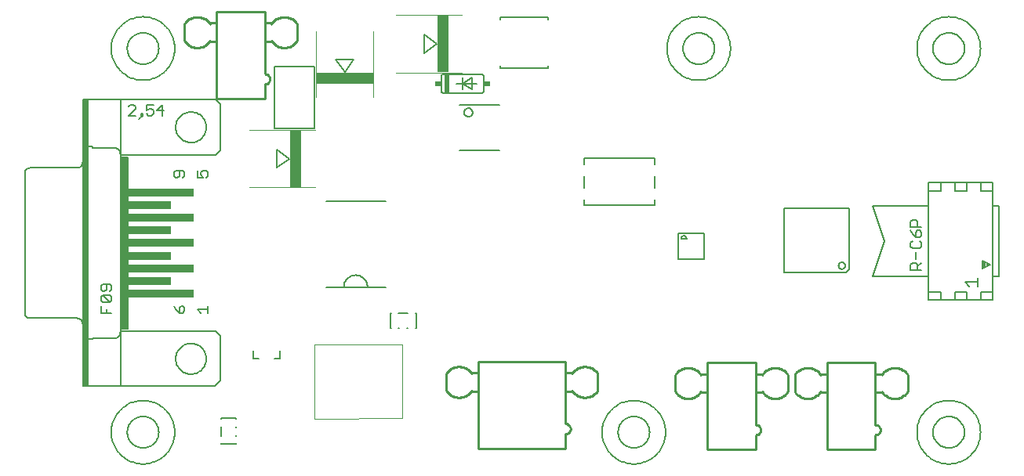
<source format=gto>
G75*
%MOIN*%
%OFA0B0*%
%FSLAX24Y24*%
%IPPOS*%
%LPD*%
%AMOC8*
5,1,8,0,0,1.08239X$1,22.5*
%
%ADD10C,0.0060*%
%ADD11C,0.0050*%
%ADD12C,0.0080*%
%ADD13C,0.0100*%
%ADD14C,0.0040*%
%ADD15R,0.0100X0.0200*%
%ADD16R,0.0050X0.0150*%
%ADD17R,0.0100X0.0100*%
%ADD18R,0.0200X0.0800*%
%ADD19R,0.0250X0.0200*%
%ADD20R,0.0492X0.2441*%
%ADD21R,0.2441X0.0492*%
%ADD22R,0.0300X0.7300*%
%ADD23R,0.0200X1.2200*%
%ADD24R,0.2850X0.0320*%
%ADD25R,0.1850X0.0320*%
D10*
X003795Y001952D02*
X003797Y002025D01*
X003803Y002098D01*
X003813Y002170D01*
X003827Y002242D01*
X003844Y002313D01*
X003866Y002383D01*
X003891Y002452D01*
X003920Y002519D01*
X003952Y002584D01*
X003988Y002648D01*
X004028Y002710D01*
X004070Y002769D01*
X004116Y002826D01*
X004165Y002880D01*
X004217Y002932D01*
X004271Y002981D01*
X004328Y003027D01*
X004387Y003069D01*
X004449Y003109D01*
X004513Y003145D01*
X004578Y003177D01*
X004645Y003206D01*
X004714Y003231D01*
X004784Y003253D01*
X004855Y003270D01*
X004927Y003284D01*
X004999Y003294D01*
X005072Y003300D01*
X005145Y003302D01*
X005218Y003300D01*
X005291Y003294D01*
X005363Y003284D01*
X005435Y003270D01*
X005506Y003253D01*
X005576Y003231D01*
X005645Y003206D01*
X005712Y003177D01*
X005777Y003145D01*
X005841Y003109D01*
X005903Y003069D01*
X005962Y003027D01*
X006019Y002981D01*
X006073Y002932D01*
X006125Y002880D01*
X006174Y002826D01*
X006220Y002769D01*
X006262Y002710D01*
X006302Y002648D01*
X006338Y002584D01*
X006370Y002519D01*
X006399Y002452D01*
X006424Y002383D01*
X006446Y002313D01*
X006463Y002242D01*
X006477Y002170D01*
X006487Y002098D01*
X006493Y002025D01*
X006495Y001952D01*
X006493Y001879D01*
X006487Y001806D01*
X006477Y001734D01*
X006463Y001662D01*
X006446Y001591D01*
X006424Y001521D01*
X006399Y001452D01*
X006370Y001385D01*
X006338Y001320D01*
X006302Y001256D01*
X006262Y001194D01*
X006220Y001135D01*
X006174Y001078D01*
X006125Y001024D01*
X006073Y000972D01*
X006019Y000923D01*
X005962Y000877D01*
X005903Y000835D01*
X005841Y000795D01*
X005777Y000759D01*
X005712Y000727D01*
X005645Y000698D01*
X005576Y000673D01*
X005506Y000651D01*
X005435Y000634D01*
X005363Y000620D01*
X005291Y000610D01*
X005218Y000604D01*
X005145Y000602D01*
X005072Y000604D01*
X004999Y000610D01*
X004927Y000620D01*
X004855Y000634D01*
X004784Y000651D01*
X004714Y000673D01*
X004645Y000698D01*
X004578Y000727D01*
X004513Y000759D01*
X004449Y000795D01*
X004387Y000835D01*
X004328Y000877D01*
X004271Y000923D01*
X004217Y000972D01*
X004165Y001024D01*
X004116Y001078D01*
X004070Y001135D01*
X004028Y001194D01*
X003988Y001256D01*
X003952Y001320D01*
X003920Y001385D01*
X003891Y001452D01*
X003866Y001521D01*
X003844Y001591D01*
X003827Y001662D01*
X003813Y001734D01*
X003803Y001806D01*
X003797Y001879D01*
X003795Y001952D01*
X004180Y003907D02*
X002980Y003907D01*
X002780Y003907D01*
X002780Y004907D01*
X002780Y005907D01*
X002780Y014107D01*
X002980Y014107D01*
X002980Y014057D01*
X003930Y014057D01*
X003960Y014055D01*
X003990Y014050D01*
X004019Y014041D01*
X004046Y014028D01*
X004072Y014013D01*
X004096Y013994D01*
X004117Y013973D01*
X004136Y013949D01*
X004151Y013923D01*
X004164Y013896D01*
X004173Y013867D01*
X004178Y013837D01*
X004180Y013807D01*
X004180Y013757D02*
X008230Y013757D01*
X008430Y013957D01*
X008430Y015907D01*
X008230Y016107D01*
X004230Y016107D01*
X004180Y016107D01*
X004180Y014107D01*
X004180Y013757D01*
X004180Y013657D01*
X004480Y013657D01*
X004480Y006357D01*
X004180Y006357D01*
X004180Y013657D01*
X002780Y014107D02*
X002780Y015107D01*
X002780Y016107D01*
X002980Y016107D01*
X004180Y016107D01*
X002780Y016107D02*
X002580Y016107D01*
X002580Y013057D01*
X002580Y006957D01*
X002580Y003907D01*
X002780Y003907D01*
X004180Y003907D02*
X004230Y003907D01*
X008180Y003907D01*
X008430Y004157D01*
X008430Y006057D01*
X008230Y006257D01*
X004180Y006257D01*
X004180Y006357D01*
X004180Y006257D02*
X004180Y005907D01*
X004180Y003907D01*
X006530Y005077D02*
X006532Y005127D01*
X006538Y005177D01*
X006548Y005227D01*
X006561Y005275D01*
X006578Y005323D01*
X006599Y005369D01*
X006623Y005413D01*
X006651Y005455D01*
X006682Y005495D01*
X006716Y005532D01*
X006753Y005567D01*
X006792Y005598D01*
X006833Y005627D01*
X006877Y005652D01*
X006923Y005674D01*
X006970Y005692D01*
X007018Y005706D01*
X007067Y005717D01*
X007117Y005724D01*
X007167Y005727D01*
X007218Y005726D01*
X007268Y005721D01*
X007318Y005712D01*
X007366Y005700D01*
X007414Y005683D01*
X007460Y005663D01*
X007505Y005640D01*
X007548Y005613D01*
X007588Y005583D01*
X007626Y005550D01*
X007661Y005514D01*
X007694Y005475D01*
X007723Y005434D01*
X007749Y005391D01*
X007772Y005346D01*
X007791Y005299D01*
X007806Y005251D01*
X007818Y005202D01*
X007826Y005152D01*
X007830Y005102D01*
X007830Y005052D01*
X007826Y005002D01*
X007818Y004952D01*
X007806Y004903D01*
X007791Y004855D01*
X007772Y004808D01*
X007749Y004763D01*
X007723Y004720D01*
X007694Y004679D01*
X007661Y004640D01*
X007626Y004604D01*
X007588Y004571D01*
X007548Y004541D01*
X007505Y004514D01*
X007460Y004491D01*
X007414Y004471D01*
X007366Y004454D01*
X007318Y004442D01*
X007268Y004433D01*
X007218Y004428D01*
X007167Y004427D01*
X007117Y004430D01*
X007067Y004437D01*
X007018Y004448D01*
X006970Y004462D01*
X006923Y004480D01*
X006877Y004502D01*
X006833Y004527D01*
X006792Y004556D01*
X006753Y004587D01*
X006716Y004622D01*
X006682Y004659D01*
X006651Y004699D01*
X006623Y004741D01*
X006599Y004785D01*
X006578Y004831D01*
X006561Y004879D01*
X006548Y004927D01*
X006538Y004977D01*
X006532Y005027D01*
X006530Y005077D01*
X003930Y005957D02*
X002980Y005957D01*
X002980Y005907D01*
X002780Y005907D01*
X002580Y006557D02*
X002578Y006587D01*
X002573Y006617D01*
X002564Y006646D01*
X002551Y006673D01*
X002536Y006699D01*
X002517Y006723D01*
X002496Y006744D01*
X002472Y006763D01*
X002446Y006778D01*
X002419Y006791D01*
X002390Y006800D01*
X002360Y006805D01*
X002330Y006807D01*
X000330Y006807D01*
X000304Y006809D01*
X000278Y006814D01*
X000253Y006822D01*
X000230Y006834D01*
X000208Y006848D01*
X000189Y006866D01*
X000171Y006885D01*
X000157Y006907D01*
X000145Y006930D01*
X000137Y006955D01*
X000132Y006981D01*
X000130Y007007D01*
X000130Y007107D01*
X000130Y012907D01*
X000130Y013007D01*
X000132Y013033D01*
X000137Y013059D01*
X000145Y013084D01*
X000157Y013107D01*
X000171Y013129D01*
X000189Y013148D01*
X000208Y013166D01*
X000230Y013180D01*
X000253Y013192D01*
X000278Y013200D01*
X000304Y013205D01*
X000330Y013207D01*
X002330Y013207D01*
X002360Y013209D01*
X002390Y013214D01*
X002419Y013223D01*
X002446Y013236D01*
X002472Y013251D01*
X002496Y013270D01*
X002517Y013291D01*
X002536Y013315D01*
X002551Y013341D01*
X002564Y013368D01*
X002573Y013397D01*
X002578Y013427D01*
X002580Y013457D01*
X006530Y014937D02*
X006532Y014987D01*
X006538Y015037D01*
X006548Y015087D01*
X006561Y015135D01*
X006578Y015183D01*
X006599Y015229D01*
X006623Y015273D01*
X006651Y015315D01*
X006682Y015355D01*
X006716Y015392D01*
X006753Y015427D01*
X006792Y015458D01*
X006833Y015487D01*
X006877Y015512D01*
X006923Y015534D01*
X006970Y015552D01*
X007018Y015566D01*
X007067Y015577D01*
X007117Y015584D01*
X007167Y015587D01*
X007218Y015586D01*
X007268Y015581D01*
X007318Y015572D01*
X007366Y015560D01*
X007414Y015543D01*
X007460Y015523D01*
X007505Y015500D01*
X007548Y015473D01*
X007588Y015443D01*
X007626Y015410D01*
X007661Y015374D01*
X007694Y015335D01*
X007723Y015294D01*
X007749Y015251D01*
X007772Y015206D01*
X007791Y015159D01*
X007806Y015111D01*
X007818Y015062D01*
X007826Y015012D01*
X007830Y014962D01*
X007830Y014912D01*
X007826Y014862D01*
X007818Y014812D01*
X007806Y014763D01*
X007791Y014715D01*
X007772Y014668D01*
X007749Y014623D01*
X007723Y014580D01*
X007694Y014539D01*
X007661Y014500D01*
X007626Y014464D01*
X007588Y014431D01*
X007548Y014401D01*
X007505Y014374D01*
X007460Y014351D01*
X007414Y014331D01*
X007366Y014314D01*
X007318Y014302D01*
X007268Y014293D01*
X007218Y014288D01*
X007167Y014287D01*
X007117Y014290D01*
X007067Y014297D01*
X007018Y014308D01*
X006970Y014322D01*
X006923Y014340D01*
X006877Y014362D01*
X006833Y014387D01*
X006792Y014416D01*
X006753Y014447D01*
X006716Y014482D01*
X006682Y014519D01*
X006651Y014559D01*
X006623Y014601D01*
X006599Y014645D01*
X006578Y014691D01*
X006561Y014739D01*
X006548Y014787D01*
X006538Y014837D01*
X006532Y014887D01*
X006530Y014937D01*
X003795Y018290D02*
X003797Y018363D01*
X003803Y018436D01*
X003813Y018508D01*
X003827Y018580D01*
X003844Y018651D01*
X003866Y018721D01*
X003891Y018790D01*
X003920Y018857D01*
X003952Y018922D01*
X003988Y018986D01*
X004028Y019048D01*
X004070Y019107D01*
X004116Y019164D01*
X004165Y019218D01*
X004217Y019270D01*
X004271Y019319D01*
X004328Y019365D01*
X004387Y019407D01*
X004449Y019447D01*
X004513Y019483D01*
X004578Y019515D01*
X004645Y019544D01*
X004714Y019569D01*
X004784Y019591D01*
X004855Y019608D01*
X004927Y019622D01*
X004999Y019632D01*
X005072Y019638D01*
X005145Y019640D01*
X005218Y019638D01*
X005291Y019632D01*
X005363Y019622D01*
X005435Y019608D01*
X005506Y019591D01*
X005576Y019569D01*
X005645Y019544D01*
X005712Y019515D01*
X005777Y019483D01*
X005841Y019447D01*
X005903Y019407D01*
X005962Y019365D01*
X006019Y019319D01*
X006073Y019270D01*
X006125Y019218D01*
X006174Y019164D01*
X006220Y019107D01*
X006262Y019048D01*
X006302Y018986D01*
X006338Y018922D01*
X006370Y018857D01*
X006399Y018790D01*
X006424Y018721D01*
X006446Y018651D01*
X006463Y018580D01*
X006477Y018508D01*
X006487Y018436D01*
X006493Y018363D01*
X006495Y018290D01*
X006493Y018217D01*
X006487Y018144D01*
X006477Y018072D01*
X006463Y018000D01*
X006446Y017929D01*
X006424Y017859D01*
X006399Y017790D01*
X006370Y017723D01*
X006338Y017658D01*
X006302Y017594D01*
X006262Y017532D01*
X006220Y017473D01*
X006174Y017416D01*
X006125Y017362D01*
X006073Y017310D01*
X006019Y017261D01*
X005962Y017215D01*
X005903Y017173D01*
X005841Y017133D01*
X005777Y017097D01*
X005712Y017065D01*
X005645Y017036D01*
X005576Y017011D01*
X005506Y016989D01*
X005435Y016972D01*
X005363Y016958D01*
X005291Y016948D01*
X005218Y016942D01*
X005145Y016940D01*
X005072Y016942D01*
X004999Y016948D01*
X004927Y016958D01*
X004855Y016972D01*
X004784Y016989D01*
X004714Y017011D01*
X004645Y017036D01*
X004578Y017065D01*
X004513Y017097D01*
X004449Y017133D01*
X004387Y017173D01*
X004328Y017215D01*
X004271Y017261D01*
X004217Y017310D01*
X004165Y017362D01*
X004116Y017416D01*
X004070Y017473D01*
X004028Y017532D01*
X003988Y017594D01*
X003952Y017658D01*
X003920Y017723D01*
X003891Y017790D01*
X003866Y017859D01*
X003844Y017929D01*
X003827Y018000D01*
X003813Y018072D01*
X003803Y018144D01*
X003797Y018217D01*
X003795Y018290D01*
X017823Y017098D02*
X017823Y016498D01*
X017825Y016481D01*
X017829Y016464D01*
X017836Y016448D01*
X017846Y016434D01*
X017859Y016421D01*
X017873Y016411D01*
X017889Y016404D01*
X017906Y016400D01*
X017923Y016398D01*
X019523Y016398D01*
X019540Y016400D01*
X019557Y016404D01*
X019573Y016411D01*
X019587Y016421D01*
X019600Y016434D01*
X019610Y016448D01*
X019617Y016464D01*
X019621Y016481D01*
X019623Y016498D01*
X019623Y017098D01*
X019621Y017115D01*
X019617Y017132D01*
X019610Y017148D01*
X019600Y017162D01*
X019587Y017175D01*
X019573Y017185D01*
X019557Y017192D01*
X019540Y017196D01*
X019523Y017198D01*
X017923Y017198D01*
X017906Y017196D01*
X017889Y017192D01*
X017873Y017185D01*
X017859Y017175D01*
X017846Y017162D01*
X017836Y017148D01*
X017829Y017132D01*
X017825Y017115D01*
X017823Y017098D01*
X018473Y016798D02*
X018723Y016798D01*
X018723Y016548D01*
X018723Y016798D02*
X018723Y017048D01*
X018723Y016798D02*
X019123Y017048D01*
X019123Y016548D01*
X018723Y016798D01*
X019323Y016798D01*
X018596Y015902D02*
X020305Y015902D01*
X018796Y015572D02*
X018798Y015598D01*
X018804Y015624D01*
X018813Y015648D01*
X018826Y015671D01*
X018842Y015692D01*
X018861Y015710D01*
X018882Y015726D01*
X018906Y015738D01*
X018930Y015746D01*
X018956Y015751D01*
X018983Y015752D01*
X019009Y015749D01*
X019034Y015742D01*
X019058Y015732D01*
X019081Y015718D01*
X019101Y015702D01*
X019118Y015682D01*
X019133Y015660D01*
X019144Y015636D01*
X019152Y015611D01*
X019156Y015585D01*
X019156Y015559D01*
X019152Y015533D01*
X019144Y015508D01*
X019133Y015484D01*
X019118Y015462D01*
X019101Y015442D01*
X019081Y015426D01*
X019058Y015412D01*
X019034Y015402D01*
X019009Y015395D01*
X018983Y015392D01*
X018956Y015393D01*
X018930Y015398D01*
X018906Y015406D01*
X018882Y015418D01*
X018861Y015434D01*
X018842Y015452D01*
X018826Y015473D01*
X018813Y015496D01*
X018804Y015520D01*
X018798Y015546D01*
X018796Y015572D01*
X018596Y013952D02*
X020305Y013952D01*
X027417Y018290D02*
X027419Y018363D01*
X027425Y018436D01*
X027435Y018508D01*
X027449Y018580D01*
X027466Y018651D01*
X027488Y018721D01*
X027513Y018790D01*
X027542Y018857D01*
X027574Y018922D01*
X027610Y018986D01*
X027650Y019048D01*
X027692Y019107D01*
X027738Y019164D01*
X027787Y019218D01*
X027839Y019270D01*
X027893Y019319D01*
X027950Y019365D01*
X028009Y019407D01*
X028071Y019447D01*
X028135Y019483D01*
X028200Y019515D01*
X028267Y019544D01*
X028336Y019569D01*
X028406Y019591D01*
X028477Y019608D01*
X028549Y019622D01*
X028621Y019632D01*
X028694Y019638D01*
X028767Y019640D01*
X028840Y019638D01*
X028913Y019632D01*
X028985Y019622D01*
X029057Y019608D01*
X029128Y019591D01*
X029198Y019569D01*
X029267Y019544D01*
X029334Y019515D01*
X029399Y019483D01*
X029463Y019447D01*
X029525Y019407D01*
X029584Y019365D01*
X029641Y019319D01*
X029695Y019270D01*
X029747Y019218D01*
X029796Y019164D01*
X029842Y019107D01*
X029884Y019048D01*
X029924Y018986D01*
X029960Y018922D01*
X029992Y018857D01*
X030021Y018790D01*
X030046Y018721D01*
X030068Y018651D01*
X030085Y018580D01*
X030099Y018508D01*
X030109Y018436D01*
X030115Y018363D01*
X030117Y018290D01*
X030115Y018217D01*
X030109Y018144D01*
X030099Y018072D01*
X030085Y018000D01*
X030068Y017929D01*
X030046Y017859D01*
X030021Y017790D01*
X029992Y017723D01*
X029960Y017658D01*
X029924Y017594D01*
X029884Y017532D01*
X029842Y017473D01*
X029796Y017416D01*
X029747Y017362D01*
X029695Y017310D01*
X029641Y017261D01*
X029584Y017215D01*
X029525Y017173D01*
X029463Y017133D01*
X029399Y017097D01*
X029334Y017065D01*
X029267Y017036D01*
X029198Y017011D01*
X029128Y016989D01*
X029057Y016972D01*
X028985Y016958D01*
X028913Y016948D01*
X028840Y016942D01*
X028767Y016940D01*
X028694Y016942D01*
X028621Y016948D01*
X028549Y016958D01*
X028477Y016972D01*
X028406Y016989D01*
X028336Y017011D01*
X028267Y017036D01*
X028200Y017065D01*
X028135Y017097D01*
X028071Y017133D01*
X028009Y017173D01*
X027950Y017215D01*
X027893Y017261D01*
X027839Y017310D01*
X027787Y017362D01*
X027738Y017416D01*
X027692Y017473D01*
X027650Y017532D01*
X027610Y017594D01*
X027574Y017658D01*
X027542Y017723D01*
X027513Y017790D01*
X027488Y017859D01*
X027466Y017929D01*
X027449Y018000D01*
X027435Y018072D01*
X027425Y018144D01*
X027419Y018217D01*
X027417Y018290D01*
X038047Y018290D02*
X038049Y018363D01*
X038055Y018436D01*
X038065Y018508D01*
X038079Y018580D01*
X038096Y018651D01*
X038118Y018721D01*
X038143Y018790D01*
X038172Y018857D01*
X038204Y018922D01*
X038240Y018986D01*
X038280Y019048D01*
X038322Y019107D01*
X038368Y019164D01*
X038417Y019218D01*
X038469Y019270D01*
X038523Y019319D01*
X038580Y019365D01*
X038639Y019407D01*
X038701Y019447D01*
X038765Y019483D01*
X038830Y019515D01*
X038897Y019544D01*
X038966Y019569D01*
X039036Y019591D01*
X039107Y019608D01*
X039179Y019622D01*
X039251Y019632D01*
X039324Y019638D01*
X039397Y019640D01*
X039470Y019638D01*
X039543Y019632D01*
X039615Y019622D01*
X039687Y019608D01*
X039758Y019591D01*
X039828Y019569D01*
X039897Y019544D01*
X039964Y019515D01*
X040029Y019483D01*
X040093Y019447D01*
X040155Y019407D01*
X040214Y019365D01*
X040271Y019319D01*
X040325Y019270D01*
X040377Y019218D01*
X040426Y019164D01*
X040472Y019107D01*
X040514Y019048D01*
X040554Y018986D01*
X040590Y018922D01*
X040622Y018857D01*
X040651Y018790D01*
X040676Y018721D01*
X040698Y018651D01*
X040715Y018580D01*
X040729Y018508D01*
X040739Y018436D01*
X040745Y018363D01*
X040747Y018290D01*
X040745Y018217D01*
X040739Y018144D01*
X040729Y018072D01*
X040715Y018000D01*
X040698Y017929D01*
X040676Y017859D01*
X040651Y017790D01*
X040622Y017723D01*
X040590Y017658D01*
X040554Y017594D01*
X040514Y017532D01*
X040472Y017473D01*
X040426Y017416D01*
X040377Y017362D01*
X040325Y017310D01*
X040271Y017261D01*
X040214Y017215D01*
X040155Y017173D01*
X040093Y017133D01*
X040029Y017097D01*
X039964Y017065D01*
X039897Y017036D01*
X039828Y017011D01*
X039758Y016989D01*
X039687Y016972D01*
X039615Y016958D01*
X039543Y016948D01*
X039470Y016942D01*
X039397Y016940D01*
X039324Y016942D01*
X039251Y016948D01*
X039179Y016958D01*
X039107Y016972D01*
X039036Y016989D01*
X038966Y017011D01*
X038897Y017036D01*
X038830Y017065D01*
X038765Y017097D01*
X038701Y017133D01*
X038639Y017173D01*
X038580Y017215D01*
X038523Y017261D01*
X038469Y017310D01*
X038417Y017362D01*
X038368Y017416D01*
X038322Y017473D01*
X038280Y017532D01*
X038240Y017594D01*
X038204Y017658D01*
X038172Y017723D01*
X038143Y017790D01*
X038118Y017859D01*
X038096Y017929D01*
X038079Y018000D01*
X038065Y018072D01*
X038055Y018144D01*
X038049Y018217D01*
X038047Y018290D01*
X038520Y012576D02*
X039050Y012576D01*
X039650Y012576D01*
X040150Y012576D01*
X040150Y012236D01*
X039650Y012236D01*
X039650Y012576D01*
X040150Y012576D02*
X040750Y012576D01*
X040750Y012236D01*
X041270Y012236D01*
X041270Y012576D01*
X040750Y012576D01*
X041270Y012236D02*
X041270Y011586D01*
X041270Y008586D01*
X041270Y007936D01*
X040750Y007936D01*
X040750Y007586D01*
X041270Y007586D01*
X041270Y007936D01*
X040750Y007586D02*
X040150Y007586D01*
X039650Y007586D01*
X039050Y007586D01*
X039050Y007936D01*
X038520Y007936D01*
X038520Y007586D01*
X039050Y007586D01*
X039650Y007586D02*
X039650Y007936D01*
X040150Y007936D01*
X040150Y007586D01*
X040260Y008166D02*
X040080Y008346D01*
X040620Y008346D01*
X040620Y008166D02*
X040620Y008526D01*
X040820Y008916D02*
X041150Y009086D01*
X041050Y009086D01*
X041150Y009086D02*
X040820Y009256D01*
X040820Y008916D01*
X041270Y008586D02*
X041540Y008586D01*
X041540Y011586D01*
X041270Y011586D01*
X039050Y012236D02*
X039050Y012576D01*
X038520Y012576D02*
X038520Y012236D01*
X038520Y011586D01*
X038520Y008586D01*
X038520Y007936D01*
X038520Y008586D02*
X036150Y008586D01*
X036650Y010086D01*
X036150Y011586D01*
X038520Y011586D01*
X038520Y012236D02*
X039050Y012236D01*
X035154Y011505D02*
X035154Y008885D01*
X035015Y008745D01*
X032395Y008745D01*
X032395Y011505D01*
X035154Y011505D01*
X034713Y009045D02*
X034715Y009068D01*
X034721Y009091D01*
X034730Y009112D01*
X034743Y009132D01*
X034759Y009149D01*
X034777Y009163D01*
X034797Y009174D01*
X034819Y009182D01*
X034842Y009186D01*
X034866Y009186D01*
X034889Y009182D01*
X034911Y009174D01*
X034931Y009163D01*
X034949Y009149D01*
X034965Y009132D01*
X034978Y009112D01*
X034987Y009091D01*
X034993Y009068D01*
X034995Y009045D01*
X034993Y009022D01*
X034987Y008999D01*
X034978Y008978D01*
X034965Y008958D01*
X034949Y008941D01*
X034931Y008927D01*
X034911Y008916D01*
X034889Y008908D01*
X034866Y008904D01*
X034842Y008904D01*
X034819Y008908D01*
X034797Y008916D01*
X034777Y008927D01*
X034759Y008941D01*
X034743Y008958D01*
X034730Y008978D01*
X034721Y008999D01*
X034715Y009022D01*
X034713Y009045D01*
X038047Y001952D02*
X038049Y002025D01*
X038055Y002098D01*
X038065Y002170D01*
X038079Y002242D01*
X038096Y002313D01*
X038118Y002383D01*
X038143Y002452D01*
X038172Y002519D01*
X038204Y002584D01*
X038240Y002648D01*
X038280Y002710D01*
X038322Y002769D01*
X038368Y002826D01*
X038417Y002880D01*
X038469Y002932D01*
X038523Y002981D01*
X038580Y003027D01*
X038639Y003069D01*
X038701Y003109D01*
X038765Y003145D01*
X038830Y003177D01*
X038897Y003206D01*
X038966Y003231D01*
X039036Y003253D01*
X039107Y003270D01*
X039179Y003284D01*
X039251Y003294D01*
X039324Y003300D01*
X039397Y003302D01*
X039470Y003300D01*
X039543Y003294D01*
X039615Y003284D01*
X039687Y003270D01*
X039758Y003253D01*
X039828Y003231D01*
X039897Y003206D01*
X039964Y003177D01*
X040029Y003145D01*
X040093Y003109D01*
X040155Y003069D01*
X040214Y003027D01*
X040271Y002981D01*
X040325Y002932D01*
X040377Y002880D01*
X040426Y002826D01*
X040472Y002769D01*
X040514Y002710D01*
X040554Y002648D01*
X040590Y002584D01*
X040622Y002519D01*
X040651Y002452D01*
X040676Y002383D01*
X040698Y002313D01*
X040715Y002242D01*
X040729Y002170D01*
X040739Y002098D01*
X040745Y002025D01*
X040747Y001952D01*
X040745Y001879D01*
X040739Y001806D01*
X040729Y001734D01*
X040715Y001662D01*
X040698Y001591D01*
X040676Y001521D01*
X040651Y001452D01*
X040622Y001385D01*
X040590Y001320D01*
X040554Y001256D01*
X040514Y001194D01*
X040472Y001135D01*
X040426Y001078D01*
X040377Y001024D01*
X040325Y000972D01*
X040271Y000923D01*
X040214Y000877D01*
X040155Y000835D01*
X040093Y000795D01*
X040029Y000759D01*
X039964Y000727D01*
X039897Y000698D01*
X039828Y000673D01*
X039758Y000651D01*
X039687Y000634D01*
X039615Y000620D01*
X039543Y000610D01*
X039470Y000604D01*
X039397Y000602D01*
X039324Y000604D01*
X039251Y000610D01*
X039179Y000620D01*
X039107Y000634D01*
X039036Y000651D01*
X038966Y000673D01*
X038897Y000698D01*
X038830Y000727D01*
X038765Y000759D01*
X038701Y000795D01*
X038639Y000835D01*
X038580Y000877D01*
X038523Y000923D01*
X038469Y000972D01*
X038417Y001024D01*
X038368Y001078D01*
X038322Y001135D01*
X038280Y001194D01*
X038240Y001256D01*
X038204Y001320D01*
X038172Y001385D01*
X038143Y001452D01*
X038118Y001521D01*
X038096Y001591D01*
X038079Y001662D01*
X038065Y001734D01*
X038055Y001806D01*
X038049Y001879D01*
X038047Y001952D01*
X024661Y001952D02*
X024663Y002025D01*
X024669Y002098D01*
X024679Y002170D01*
X024693Y002242D01*
X024710Y002313D01*
X024732Y002383D01*
X024757Y002452D01*
X024786Y002519D01*
X024818Y002584D01*
X024854Y002648D01*
X024894Y002710D01*
X024936Y002769D01*
X024982Y002826D01*
X025031Y002880D01*
X025083Y002932D01*
X025137Y002981D01*
X025194Y003027D01*
X025253Y003069D01*
X025315Y003109D01*
X025379Y003145D01*
X025444Y003177D01*
X025511Y003206D01*
X025580Y003231D01*
X025650Y003253D01*
X025721Y003270D01*
X025793Y003284D01*
X025865Y003294D01*
X025938Y003300D01*
X026011Y003302D01*
X026084Y003300D01*
X026157Y003294D01*
X026229Y003284D01*
X026301Y003270D01*
X026372Y003253D01*
X026442Y003231D01*
X026511Y003206D01*
X026578Y003177D01*
X026643Y003145D01*
X026707Y003109D01*
X026769Y003069D01*
X026828Y003027D01*
X026885Y002981D01*
X026939Y002932D01*
X026991Y002880D01*
X027040Y002826D01*
X027086Y002769D01*
X027128Y002710D01*
X027168Y002648D01*
X027204Y002584D01*
X027236Y002519D01*
X027265Y002452D01*
X027290Y002383D01*
X027312Y002313D01*
X027329Y002242D01*
X027343Y002170D01*
X027353Y002098D01*
X027359Y002025D01*
X027361Y001952D01*
X027359Y001879D01*
X027353Y001806D01*
X027343Y001734D01*
X027329Y001662D01*
X027312Y001591D01*
X027290Y001521D01*
X027265Y001452D01*
X027236Y001385D01*
X027204Y001320D01*
X027168Y001256D01*
X027128Y001194D01*
X027086Y001135D01*
X027040Y001078D01*
X026991Y001024D01*
X026939Y000972D01*
X026885Y000923D01*
X026828Y000877D01*
X026769Y000835D01*
X026707Y000795D01*
X026643Y000759D01*
X026578Y000727D01*
X026511Y000698D01*
X026442Y000673D01*
X026372Y000651D01*
X026301Y000634D01*
X026229Y000620D01*
X026157Y000610D01*
X026084Y000604D01*
X026011Y000602D01*
X025938Y000604D01*
X025865Y000610D01*
X025793Y000620D01*
X025721Y000634D01*
X025650Y000651D01*
X025580Y000673D01*
X025511Y000698D01*
X025444Y000727D01*
X025379Y000759D01*
X025315Y000795D01*
X025253Y000835D01*
X025194Y000877D01*
X025137Y000923D01*
X025083Y000972D01*
X025031Y001024D01*
X024982Y001078D01*
X024936Y001135D01*
X024894Y001194D01*
X024854Y001256D01*
X024818Y001320D01*
X024786Y001385D01*
X024757Y001452D01*
X024732Y001521D01*
X024710Y001591D01*
X024693Y001662D01*
X024679Y001734D01*
X024669Y001806D01*
X024663Y001879D01*
X024661Y001952D01*
X016767Y006393D02*
X016730Y006393D01*
X016767Y006393D02*
X016767Y007030D01*
X016730Y007030D01*
X016413Y007030D02*
X016002Y007030D01*
X015685Y007030D02*
X015648Y007030D01*
X015648Y006393D01*
X015685Y006393D01*
X016002Y006393D02*
X016039Y006393D01*
X016376Y006393D02*
X016413Y006393D01*
X010962Y005420D02*
X010962Y005100D01*
X010742Y005100D01*
X010062Y005100D02*
X009842Y005100D01*
X009842Y005420D01*
X009105Y002559D02*
X008467Y002559D01*
X008467Y002522D01*
X008467Y002204D02*
X008467Y001793D01*
X008467Y001476D02*
X008467Y001439D01*
X009105Y001439D01*
X009105Y001476D01*
X009105Y001793D02*
X009105Y001830D01*
X009105Y002167D02*
X009105Y002204D01*
X009105Y002522D02*
X009105Y002559D01*
X004180Y006207D02*
X004178Y006177D01*
X004173Y006147D01*
X004164Y006118D01*
X004151Y006091D01*
X004136Y006065D01*
X004117Y006041D01*
X004096Y006020D01*
X004072Y006001D01*
X004046Y005986D01*
X004019Y005973D01*
X003990Y005964D01*
X003960Y005959D01*
X003930Y005957D01*
D11*
X003805Y007032D02*
X003355Y007032D01*
X003355Y007332D01*
X003430Y007492D02*
X003355Y007567D01*
X003355Y007717D01*
X003430Y007792D01*
X003730Y007492D01*
X003805Y007567D01*
X003805Y007717D01*
X003730Y007792D01*
X003430Y007792D01*
X003430Y007953D02*
X003355Y008028D01*
X003355Y008178D01*
X003430Y008253D01*
X003730Y008253D01*
X003805Y008178D01*
X003805Y008028D01*
X003730Y007953D01*
X003580Y008028D02*
X003580Y008253D01*
X003580Y008028D02*
X003505Y007953D01*
X003430Y007953D01*
X003430Y007492D02*
X003730Y007492D01*
X003580Y007182D02*
X003580Y007032D01*
X006455Y007332D02*
X006530Y007182D01*
X006680Y007032D01*
X006680Y007257D01*
X006755Y007332D01*
X006830Y007332D01*
X006905Y007257D01*
X006905Y007107D01*
X006830Y007032D01*
X006680Y007032D01*
X007455Y007182D02*
X007605Y007032D01*
X007455Y007182D02*
X007905Y007182D01*
X007905Y007032D02*
X007905Y007332D01*
X007830Y012782D02*
X007905Y012857D01*
X007905Y013007D01*
X007830Y013082D01*
X007680Y013082D01*
X007605Y013007D01*
X007605Y012932D01*
X007680Y012782D01*
X007455Y012782D01*
X007455Y013082D01*
X006905Y013007D02*
X006905Y012857D01*
X006830Y012782D01*
X006680Y012857D02*
X006680Y013082D01*
X006830Y013082D02*
X006530Y013082D01*
X006455Y013007D01*
X006455Y012857D01*
X006530Y012782D01*
X006605Y012782D01*
X006680Y012857D01*
X006905Y013007D02*
X006830Y013082D01*
X010731Y014900D02*
X010731Y014940D01*
X010731Y014979D01*
X010731Y017538D01*
X012424Y017538D01*
X012424Y014900D01*
X010731Y014900D01*
X006045Y015657D02*
X005745Y015657D01*
X005970Y015882D01*
X005970Y015432D01*
X005584Y015507D02*
X005584Y015657D01*
X005509Y015732D01*
X005434Y015732D01*
X005284Y015657D01*
X005284Y015882D01*
X005584Y015882D01*
X005584Y015507D02*
X005509Y015432D01*
X005359Y015432D01*
X005284Y015507D01*
X005127Y015507D02*
X005052Y015507D01*
X005052Y015432D01*
X005127Y015432D01*
X005127Y015507D01*
X005127Y015432D02*
X004977Y015282D01*
X004817Y015432D02*
X004517Y015432D01*
X004817Y015732D01*
X004817Y015807D01*
X004742Y015882D01*
X004592Y015882D01*
X004517Y015807D01*
X023912Y013613D02*
X023912Y013363D01*
X023912Y013613D02*
X026912Y013613D01*
X026912Y013363D01*
X026912Y012863D02*
X026912Y012363D01*
X026912Y011863D02*
X026912Y011613D01*
X023912Y011613D01*
X023912Y011863D01*
X023912Y012363D02*
X023912Y012863D01*
X037775Y010927D02*
X037775Y010702D01*
X038225Y010702D01*
X038075Y010702D02*
X038075Y010927D01*
X038000Y011002D01*
X037850Y011002D01*
X037775Y010927D01*
X037775Y010542D02*
X037850Y010392D01*
X038000Y010242D01*
X038000Y010467D01*
X038075Y010542D01*
X038150Y010542D01*
X038225Y010467D01*
X038225Y010317D01*
X038150Y010242D01*
X038000Y010242D01*
X037850Y010082D02*
X037775Y010006D01*
X037775Y009856D01*
X037850Y009781D01*
X038150Y009781D01*
X038225Y009856D01*
X038225Y010006D01*
X038150Y010082D01*
X038000Y009621D02*
X038000Y009321D01*
X038000Y009161D02*
X038075Y009086D01*
X038075Y008861D01*
X038075Y009011D02*
X038225Y009161D01*
X038000Y009161D02*
X037850Y009161D01*
X037775Y009086D01*
X037775Y008861D01*
X038225Y008861D01*
D12*
X004476Y001952D02*
X004478Y002003D01*
X004484Y002054D01*
X004494Y002104D01*
X004507Y002154D01*
X004525Y002202D01*
X004545Y002249D01*
X004570Y002294D01*
X004598Y002337D01*
X004629Y002378D01*
X004663Y002416D01*
X004700Y002451D01*
X004739Y002484D01*
X004781Y002514D01*
X004825Y002540D01*
X004871Y002562D01*
X004919Y002582D01*
X004968Y002597D01*
X005018Y002609D01*
X005068Y002617D01*
X005119Y002621D01*
X005171Y002621D01*
X005222Y002617D01*
X005272Y002609D01*
X005322Y002597D01*
X005371Y002582D01*
X005419Y002562D01*
X005465Y002540D01*
X005509Y002514D01*
X005551Y002484D01*
X005590Y002451D01*
X005627Y002416D01*
X005661Y002378D01*
X005692Y002337D01*
X005720Y002294D01*
X005745Y002249D01*
X005765Y002202D01*
X005783Y002154D01*
X005796Y002104D01*
X005806Y002054D01*
X005812Y002003D01*
X005814Y001952D01*
X005812Y001901D01*
X005806Y001850D01*
X005796Y001800D01*
X005783Y001750D01*
X005765Y001702D01*
X005745Y001655D01*
X005720Y001610D01*
X005692Y001567D01*
X005661Y001526D01*
X005627Y001488D01*
X005590Y001453D01*
X005551Y001420D01*
X005509Y001390D01*
X005465Y001364D01*
X005419Y001342D01*
X005371Y001322D01*
X005322Y001307D01*
X005272Y001295D01*
X005222Y001287D01*
X005171Y001283D01*
X005119Y001283D01*
X005068Y001287D01*
X005018Y001295D01*
X004968Y001307D01*
X004919Y001322D01*
X004871Y001342D01*
X004825Y001364D01*
X004781Y001390D01*
X004739Y001420D01*
X004700Y001453D01*
X004663Y001488D01*
X004629Y001526D01*
X004598Y001567D01*
X004570Y001610D01*
X004545Y001655D01*
X004525Y001702D01*
X004507Y001750D01*
X004494Y001800D01*
X004484Y001850D01*
X004478Y001901D01*
X004476Y001952D01*
X012914Y008117D02*
X015463Y008117D01*
X014683Y008139D02*
X014681Y008183D01*
X014675Y008226D01*
X014666Y008268D01*
X014653Y008310D01*
X014636Y008350D01*
X014616Y008389D01*
X014593Y008426D01*
X014566Y008460D01*
X014537Y008493D01*
X014504Y008522D01*
X014470Y008549D01*
X014433Y008572D01*
X014394Y008592D01*
X014354Y008609D01*
X014312Y008622D01*
X014270Y008631D01*
X014227Y008637D01*
X014183Y008639D01*
X014139Y008637D01*
X014096Y008631D01*
X014054Y008622D01*
X014012Y008609D01*
X013972Y008592D01*
X013933Y008572D01*
X013896Y008549D01*
X013862Y008522D01*
X013829Y008493D01*
X013800Y008460D01*
X013773Y008426D01*
X013750Y008389D01*
X013730Y008350D01*
X013713Y008310D01*
X013700Y008268D01*
X013691Y008226D01*
X013685Y008183D01*
X013683Y008139D01*
X012914Y011798D02*
X015463Y011798D01*
X011377Y013601D02*
X010836Y013995D01*
X010836Y013208D01*
X011377Y013601D01*
X013719Y017286D02*
X014113Y017827D01*
X013326Y017827D01*
X013719Y017286D01*
X017088Y018093D02*
X017088Y018881D01*
X017629Y018487D01*
X017088Y018093D01*
X020341Y017566D02*
X020341Y017467D01*
X022349Y017467D01*
X022349Y017566D01*
X022349Y019534D02*
X022349Y019633D01*
X020341Y019633D01*
X020341Y019534D01*
X028098Y018290D02*
X028100Y018341D01*
X028106Y018392D01*
X028116Y018442D01*
X028129Y018492D01*
X028147Y018540D01*
X028167Y018587D01*
X028192Y018632D01*
X028220Y018675D01*
X028251Y018716D01*
X028285Y018754D01*
X028322Y018789D01*
X028361Y018822D01*
X028403Y018852D01*
X028447Y018878D01*
X028493Y018900D01*
X028541Y018920D01*
X028590Y018935D01*
X028640Y018947D01*
X028690Y018955D01*
X028741Y018959D01*
X028793Y018959D01*
X028844Y018955D01*
X028894Y018947D01*
X028944Y018935D01*
X028993Y018920D01*
X029041Y018900D01*
X029087Y018878D01*
X029131Y018852D01*
X029173Y018822D01*
X029212Y018789D01*
X029249Y018754D01*
X029283Y018716D01*
X029314Y018675D01*
X029342Y018632D01*
X029367Y018587D01*
X029387Y018540D01*
X029405Y018492D01*
X029418Y018442D01*
X029428Y018392D01*
X029434Y018341D01*
X029436Y018290D01*
X029434Y018239D01*
X029428Y018188D01*
X029418Y018138D01*
X029405Y018088D01*
X029387Y018040D01*
X029367Y017993D01*
X029342Y017948D01*
X029314Y017905D01*
X029283Y017864D01*
X029249Y017826D01*
X029212Y017791D01*
X029173Y017758D01*
X029131Y017728D01*
X029087Y017702D01*
X029041Y017680D01*
X028993Y017660D01*
X028944Y017645D01*
X028894Y017633D01*
X028844Y017625D01*
X028793Y017621D01*
X028741Y017621D01*
X028690Y017625D01*
X028640Y017633D01*
X028590Y017645D01*
X028541Y017660D01*
X028493Y017680D01*
X028447Y017702D01*
X028403Y017728D01*
X028361Y017758D01*
X028322Y017791D01*
X028285Y017826D01*
X028251Y017864D01*
X028220Y017905D01*
X028192Y017948D01*
X028167Y017993D01*
X028147Y018040D01*
X028129Y018088D01*
X028116Y018138D01*
X028106Y018188D01*
X028100Y018239D01*
X028098Y018290D01*
X038728Y018290D02*
X038730Y018341D01*
X038736Y018392D01*
X038746Y018442D01*
X038759Y018492D01*
X038777Y018540D01*
X038797Y018587D01*
X038822Y018632D01*
X038850Y018675D01*
X038881Y018716D01*
X038915Y018754D01*
X038952Y018789D01*
X038991Y018822D01*
X039033Y018852D01*
X039077Y018878D01*
X039123Y018900D01*
X039171Y018920D01*
X039220Y018935D01*
X039270Y018947D01*
X039320Y018955D01*
X039371Y018959D01*
X039423Y018959D01*
X039474Y018955D01*
X039524Y018947D01*
X039574Y018935D01*
X039623Y018920D01*
X039671Y018900D01*
X039717Y018878D01*
X039761Y018852D01*
X039803Y018822D01*
X039842Y018789D01*
X039879Y018754D01*
X039913Y018716D01*
X039944Y018675D01*
X039972Y018632D01*
X039997Y018587D01*
X040017Y018540D01*
X040035Y018492D01*
X040048Y018442D01*
X040058Y018392D01*
X040064Y018341D01*
X040066Y018290D01*
X040064Y018239D01*
X040058Y018188D01*
X040048Y018138D01*
X040035Y018088D01*
X040017Y018040D01*
X039997Y017993D01*
X039972Y017948D01*
X039944Y017905D01*
X039913Y017864D01*
X039879Y017826D01*
X039842Y017791D01*
X039803Y017758D01*
X039761Y017728D01*
X039717Y017702D01*
X039671Y017680D01*
X039623Y017660D01*
X039574Y017645D01*
X039524Y017633D01*
X039474Y017625D01*
X039423Y017621D01*
X039371Y017621D01*
X039320Y017625D01*
X039270Y017633D01*
X039220Y017645D01*
X039171Y017660D01*
X039123Y017680D01*
X039077Y017702D01*
X039033Y017728D01*
X038991Y017758D01*
X038952Y017791D01*
X038915Y017826D01*
X038881Y017864D01*
X038850Y017905D01*
X038822Y017948D01*
X038797Y017993D01*
X038777Y018040D01*
X038759Y018088D01*
X038746Y018138D01*
X038736Y018188D01*
X038730Y018239D01*
X038728Y018290D01*
X028999Y010432D02*
X027897Y010432D01*
X027897Y009330D01*
X028999Y009330D01*
X028999Y010432D01*
X028251Y010196D02*
X028015Y010196D01*
X028017Y010216D01*
X028022Y010236D01*
X028031Y010255D01*
X028043Y010272D01*
X028057Y010286D01*
X028074Y010298D01*
X028093Y010307D01*
X028113Y010312D01*
X028133Y010314D01*
X028153Y010312D01*
X028173Y010307D01*
X028192Y010298D01*
X028209Y010286D01*
X028223Y010272D01*
X028235Y010255D01*
X028244Y010236D01*
X028249Y010216D01*
X028251Y010196D01*
X025342Y001952D02*
X025344Y002003D01*
X025350Y002054D01*
X025360Y002104D01*
X025373Y002154D01*
X025391Y002202D01*
X025411Y002249D01*
X025436Y002294D01*
X025464Y002337D01*
X025495Y002378D01*
X025529Y002416D01*
X025566Y002451D01*
X025605Y002484D01*
X025647Y002514D01*
X025691Y002540D01*
X025737Y002562D01*
X025785Y002582D01*
X025834Y002597D01*
X025884Y002609D01*
X025934Y002617D01*
X025985Y002621D01*
X026037Y002621D01*
X026088Y002617D01*
X026138Y002609D01*
X026188Y002597D01*
X026237Y002582D01*
X026285Y002562D01*
X026331Y002540D01*
X026375Y002514D01*
X026417Y002484D01*
X026456Y002451D01*
X026493Y002416D01*
X026527Y002378D01*
X026558Y002337D01*
X026586Y002294D01*
X026611Y002249D01*
X026631Y002202D01*
X026649Y002154D01*
X026662Y002104D01*
X026672Y002054D01*
X026678Y002003D01*
X026680Y001952D01*
X026678Y001901D01*
X026672Y001850D01*
X026662Y001800D01*
X026649Y001750D01*
X026631Y001702D01*
X026611Y001655D01*
X026586Y001610D01*
X026558Y001567D01*
X026527Y001526D01*
X026493Y001488D01*
X026456Y001453D01*
X026417Y001420D01*
X026375Y001390D01*
X026331Y001364D01*
X026285Y001342D01*
X026237Y001322D01*
X026188Y001307D01*
X026138Y001295D01*
X026088Y001287D01*
X026037Y001283D01*
X025985Y001283D01*
X025934Y001287D01*
X025884Y001295D01*
X025834Y001307D01*
X025785Y001322D01*
X025737Y001342D01*
X025691Y001364D01*
X025647Y001390D01*
X025605Y001420D01*
X025566Y001453D01*
X025529Y001488D01*
X025495Y001526D01*
X025464Y001567D01*
X025436Y001610D01*
X025411Y001655D01*
X025391Y001702D01*
X025373Y001750D01*
X025360Y001800D01*
X025350Y001850D01*
X025344Y001901D01*
X025342Y001952D01*
X038728Y001952D02*
X038730Y002003D01*
X038736Y002054D01*
X038746Y002104D01*
X038759Y002154D01*
X038777Y002202D01*
X038797Y002249D01*
X038822Y002294D01*
X038850Y002337D01*
X038881Y002378D01*
X038915Y002416D01*
X038952Y002451D01*
X038991Y002484D01*
X039033Y002514D01*
X039077Y002540D01*
X039123Y002562D01*
X039171Y002582D01*
X039220Y002597D01*
X039270Y002609D01*
X039320Y002617D01*
X039371Y002621D01*
X039423Y002621D01*
X039474Y002617D01*
X039524Y002609D01*
X039574Y002597D01*
X039623Y002582D01*
X039671Y002562D01*
X039717Y002540D01*
X039761Y002514D01*
X039803Y002484D01*
X039842Y002451D01*
X039879Y002416D01*
X039913Y002378D01*
X039944Y002337D01*
X039972Y002294D01*
X039997Y002249D01*
X040017Y002202D01*
X040035Y002154D01*
X040048Y002104D01*
X040058Y002054D01*
X040064Y002003D01*
X040066Y001952D01*
X040064Y001901D01*
X040058Y001850D01*
X040048Y001800D01*
X040035Y001750D01*
X040017Y001702D01*
X039997Y001655D01*
X039972Y001610D01*
X039944Y001567D01*
X039913Y001526D01*
X039879Y001488D01*
X039842Y001453D01*
X039803Y001420D01*
X039761Y001390D01*
X039717Y001364D01*
X039671Y001342D01*
X039623Y001322D01*
X039574Y001307D01*
X039524Y001295D01*
X039474Y001287D01*
X039423Y001283D01*
X039371Y001283D01*
X039320Y001287D01*
X039270Y001295D01*
X039220Y001307D01*
X039171Y001322D01*
X039123Y001342D01*
X039077Y001364D01*
X039033Y001390D01*
X038991Y001420D01*
X038952Y001453D01*
X038915Y001488D01*
X038881Y001526D01*
X038850Y001567D01*
X038822Y001610D01*
X038797Y001655D01*
X038777Y001702D01*
X038759Y001750D01*
X038746Y001800D01*
X038736Y001850D01*
X038730Y001901D01*
X038728Y001952D01*
X004476Y018290D02*
X004478Y018341D01*
X004484Y018392D01*
X004494Y018442D01*
X004507Y018492D01*
X004525Y018540D01*
X004545Y018587D01*
X004570Y018632D01*
X004598Y018675D01*
X004629Y018716D01*
X004663Y018754D01*
X004700Y018789D01*
X004739Y018822D01*
X004781Y018852D01*
X004825Y018878D01*
X004871Y018900D01*
X004919Y018920D01*
X004968Y018935D01*
X005018Y018947D01*
X005068Y018955D01*
X005119Y018959D01*
X005171Y018959D01*
X005222Y018955D01*
X005272Y018947D01*
X005322Y018935D01*
X005371Y018920D01*
X005419Y018900D01*
X005465Y018878D01*
X005509Y018852D01*
X005551Y018822D01*
X005590Y018789D01*
X005627Y018754D01*
X005661Y018716D01*
X005692Y018675D01*
X005720Y018632D01*
X005745Y018587D01*
X005765Y018540D01*
X005783Y018492D01*
X005796Y018442D01*
X005806Y018392D01*
X005812Y018341D01*
X005814Y018290D01*
X005812Y018239D01*
X005806Y018188D01*
X005796Y018138D01*
X005783Y018088D01*
X005765Y018040D01*
X005745Y017993D01*
X005720Y017948D01*
X005692Y017905D01*
X005661Y017864D01*
X005627Y017826D01*
X005590Y017791D01*
X005551Y017758D01*
X005509Y017728D01*
X005465Y017702D01*
X005419Y017680D01*
X005371Y017660D01*
X005322Y017645D01*
X005272Y017633D01*
X005222Y017625D01*
X005171Y017621D01*
X005119Y017621D01*
X005068Y017625D01*
X005018Y017633D01*
X004968Y017645D01*
X004919Y017660D01*
X004871Y017680D01*
X004825Y017702D01*
X004781Y017728D01*
X004739Y017758D01*
X004700Y017791D01*
X004663Y017826D01*
X004629Y017864D01*
X004598Y017905D01*
X004570Y017948D01*
X004545Y017993D01*
X004525Y018040D01*
X004507Y018088D01*
X004494Y018138D01*
X004484Y018188D01*
X004478Y018239D01*
X004476Y018290D01*
D13*
X006893Y018625D02*
X006893Y019334D01*
X006893Y018625D02*
X006922Y018584D01*
X006954Y018545D01*
X006989Y018508D01*
X007026Y018475D01*
X007066Y018444D01*
X007108Y018417D01*
X007152Y018392D01*
X007198Y018372D01*
X007246Y018355D01*
X007294Y018341D01*
X007344Y018332D01*
X007394Y018326D01*
X007444Y018324D01*
X007494Y018326D01*
X007544Y018332D01*
X007594Y018341D01*
X007642Y018355D01*
X007690Y018372D01*
X007736Y018392D01*
X007780Y018417D01*
X007822Y018444D01*
X007862Y018475D01*
X007899Y018508D01*
X007934Y018545D01*
X007966Y018584D01*
X007995Y018625D01*
X007956Y018586D02*
X008231Y018586D01*
X007995Y019333D02*
X007966Y019374D01*
X007934Y019413D01*
X007899Y019450D01*
X007862Y019483D01*
X007822Y019514D01*
X007780Y019541D01*
X007736Y019566D01*
X007690Y019586D01*
X007642Y019603D01*
X007594Y019617D01*
X007544Y019626D01*
X007494Y019632D01*
X007444Y019634D01*
X007394Y019632D01*
X007344Y019626D01*
X007294Y019617D01*
X007246Y019603D01*
X007198Y019586D01*
X007152Y019566D01*
X007108Y019541D01*
X007066Y019514D01*
X007026Y019483D01*
X006989Y019450D01*
X006954Y019413D01*
X006922Y019374D01*
X006893Y019333D01*
X007956Y019373D02*
X008231Y019373D01*
X008271Y019845D02*
X008271Y016145D01*
X010318Y016145D01*
X010318Y016774D01*
X010346Y016776D01*
X010374Y016781D01*
X010401Y016791D01*
X010427Y016803D01*
X010450Y016819D01*
X010471Y016838D01*
X010490Y016859D01*
X010506Y016883D01*
X010518Y016908D01*
X010528Y016935D01*
X010533Y016963D01*
X010535Y016991D01*
X010533Y017019D01*
X010528Y017047D01*
X010518Y017074D01*
X010506Y017100D01*
X010490Y017123D01*
X010471Y017144D01*
X010450Y017163D01*
X010427Y017179D01*
X010401Y017191D01*
X010374Y017201D01*
X010346Y017206D01*
X010318Y017208D01*
X010318Y019845D01*
X008271Y019845D01*
X010357Y019373D02*
X010633Y019373D01*
X010594Y018625D02*
X010623Y018584D01*
X010655Y018545D01*
X010690Y018508D01*
X010727Y018475D01*
X010767Y018444D01*
X010809Y018417D01*
X010853Y018392D01*
X010899Y018372D01*
X010947Y018355D01*
X010995Y018341D01*
X011045Y018332D01*
X011095Y018326D01*
X011145Y018324D01*
X011195Y018326D01*
X011245Y018332D01*
X011295Y018341D01*
X011343Y018355D01*
X011391Y018372D01*
X011437Y018392D01*
X011481Y018417D01*
X011523Y018444D01*
X011563Y018475D01*
X011600Y018508D01*
X011635Y018545D01*
X011667Y018584D01*
X011696Y018625D01*
X011696Y019334D01*
X011696Y019333D02*
X011667Y019374D01*
X011635Y019413D01*
X011600Y019450D01*
X011563Y019483D01*
X011523Y019514D01*
X011481Y019541D01*
X011437Y019566D01*
X011391Y019586D01*
X011343Y019603D01*
X011295Y019617D01*
X011245Y019626D01*
X011195Y019632D01*
X011145Y019634D01*
X011095Y019632D01*
X011045Y019626D01*
X010995Y019617D01*
X010947Y019603D01*
X010899Y019586D01*
X010853Y019566D01*
X010809Y019541D01*
X010767Y019514D01*
X010727Y019483D01*
X010690Y019450D01*
X010655Y019413D01*
X010623Y019374D01*
X010594Y019333D01*
X010633Y018586D02*
X010357Y018586D01*
X019400Y004952D02*
X019400Y001251D01*
X023101Y001251D01*
X023101Y001881D01*
X023101Y001880D02*
X023129Y001882D01*
X023157Y001887D01*
X023184Y001897D01*
X023210Y001909D01*
X023233Y001925D01*
X023254Y001944D01*
X023273Y001965D01*
X023289Y001988D01*
X023301Y002014D01*
X023311Y002041D01*
X023316Y002069D01*
X023318Y002097D01*
X023316Y002125D01*
X023311Y002153D01*
X023301Y002180D01*
X023289Y002205D01*
X023273Y002229D01*
X023254Y002250D01*
X023233Y002269D01*
X023210Y002285D01*
X023184Y002297D01*
X023157Y002307D01*
X023129Y002312D01*
X023101Y002314D01*
X023101Y004952D01*
X019400Y004952D01*
X019361Y004479D02*
X019086Y004479D01*
X019125Y003732D02*
X019096Y003691D01*
X019064Y003652D01*
X019029Y003615D01*
X018992Y003582D01*
X018952Y003551D01*
X018910Y003524D01*
X018866Y003499D01*
X018820Y003479D01*
X018772Y003462D01*
X018724Y003448D01*
X018674Y003439D01*
X018624Y003433D01*
X018574Y003431D01*
X018524Y003433D01*
X018474Y003439D01*
X018424Y003448D01*
X018376Y003462D01*
X018328Y003479D01*
X018282Y003499D01*
X018238Y003524D01*
X018196Y003551D01*
X018156Y003582D01*
X018119Y003615D01*
X018084Y003652D01*
X018052Y003691D01*
X018023Y003732D01*
X018023Y003731D02*
X018023Y004440D01*
X018052Y004481D01*
X018084Y004520D01*
X018119Y004557D01*
X018156Y004590D01*
X018196Y004621D01*
X018238Y004648D01*
X018282Y004673D01*
X018328Y004693D01*
X018376Y004710D01*
X018424Y004724D01*
X018474Y004733D01*
X018524Y004739D01*
X018574Y004741D01*
X018624Y004739D01*
X018674Y004733D01*
X018724Y004724D01*
X018772Y004710D01*
X018820Y004693D01*
X018866Y004673D01*
X018910Y004648D01*
X018952Y004621D01*
X018992Y004590D01*
X019029Y004557D01*
X019064Y004520D01*
X019096Y004481D01*
X019125Y004440D01*
X019086Y003692D02*
X019361Y003692D01*
X023141Y003692D02*
X023416Y003692D01*
X023377Y004440D02*
X023406Y004481D01*
X023438Y004520D01*
X023473Y004557D01*
X023510Y004590D01*
X023550Y004621D01*
X023592Y004648D01*
X023636Y004673D01*
X023682Y004693D01*
X023730Y004710D01*
X023778Y004724D01*
X023828Y004733D01*
X023878Y004739D01*
X023928Y004741D01*
X023978Y004739D01*
X024028Y004733D01*
X024078Y004724D01*
X024126Y004710D01*
X024174Y004693D01*
X024220Y004673D01*
X024264Y004648D01*
X024306Y004621D01*
X024346Y004590D01*
X024383Y004557D01*
X024418Y004520D01*
X024450Y004481D01*
X024479Y004440D01*
X024479Y003731D01*
X024479Y003732D02*
X024450Y003691D01*
X024418Y003652D01*
X024383Y003615D01*
X024346Y003582D01*
X024306Y003551D01*
X024264Y003524D01*
X024220Y003499D01*
X024174Y003479D01*
X024126Y003462D01*
X024078Y003448D01*
X024028Y003439D01*
X023978Y003433D01*
X023928Y003431D01*
X023878Y003433D01*
X023828Y003439D01*
X023778Y003448D01*
X023730Y003462D01*
X023682Y003479D01*
X023636Y003499D01*
X023592Y003524D01*
X023550Y003551D01*
X023510Y003582D01*
X023473Y003615D01*
X023438Y003652D01*
X023406Y003691D01*
X023377Y003732D01*
X023416Y004479D02*
X023141Y004479D01*
X027763Y004397D02*
X027763Y003688D01*
X027792Y003647D01*
X027824Y003608D01*
X027859Y003571D01*
X027896Y003538D01*
X027936Y003507D01*
X027978Y003480D01*
X028022Y003455D01*
X028068Y003435D01*
X028116Y003418D01*
X028164Y003404D01*
X028214Y003395D01*
X028264Y003389D01*
X028314Y003387D01*
X028364Y003389D01*
X028414Y003395D01*
X028464Y003404D01*
X028512Y003418D01*
X028560Y003435D01*
X028606Y003455D01*
X028650Y003480D01*
X028692Y003507D01*
X028732Y003538D01*
X028769Y003571D01*
X028804Y003608D01*
X028836Y003647D01*
X028865Y003688D01*
X028826Y003649D02*
X029101Y003649D01*
X028865Y004396D02*
X028836Y004437D01*
X028804Y004476D01*
X028769Y004513D01*
X028732Y004546D01*
X028692Y004577D01*
X028650Y004604D01*
X028606Y004629D01*
X028560Y004649D01*
X028512Y004666D01*
X028464Y004680D01*
X028414Y004689D01*
X028364Y004695D01*
X028314Y004697D01*
X028264Y004695D01*
X028214Y004689D01*
X028164Y004680D01*
X028116Y004666D01*
X028068Y004649D01*
X028022Y004629D01*
X027978Y004604D01*
X027936Y004577D01*
X027896Y004546D01*
X027859Y004513D01*
X027824Y004476D01*
X027792Y004437D01*
X027763Y004396D01*
X028826Y004436D02*
X029101Y004436D01*
X029141Y004908D02*
X029141Y001208D01*
X031188Y001208D01*
X031188Y001837D01*
X031216Y001839D01*
X031244Y001844D01*
X031271Y001854D01*
X031297Y001866D01*
X031320Y001882D01*
X031341Y001901D01*
X031360Y001922D01*
X031376Y001945D01*
X031388Y001971D01*
X031398Y001998D01*
X031403Y002026D01*
X031405Y002054D01*
X031403Y002082D01*
X031398Y002110D01*
X031388Y002137D01*
X031376Y002162D01*
X031360Y002186D01*
X031341Y002207D01*
X031320Y002226D01*
X031297Y002242D01*
X031271Y002254D01*
X031244Y002264D01*
X031216Y002269D01*
X031188Y002271D01*
X031188Y004908D01*
X029141Y004908D01*
X031227Y004436D02*
X031503Y004436D01*
X031464Y003688D02*
X031493Y003647D01*
X031525Y003608D01*
X031560Y003571D01*
X031597Y003538D01*
X031637Y003507D01*
X031679Y003480D01*
X031723Y003455D01*
X031769Y003435D01*
X031817Y003418D01*
X031865Y003404D01*
X031915Y003395D01*
X031965Y003389D01*
X032015Y003387D01*
X032065Y003389D01*
X032115Y003395D01*
X032165Y003404D01*
X032213Y003418D01*
X032261Y003435D01*
X032307Y003455D01*
X032351Y003480D01*
X032393Y003507D01*
X032433Y003538D01*
X032470Y003571D01*
X032505Y003608D01*
X032537Y003647D01*
X032566Y003688D01*
X032566Y004397D01*
X032849Y004397D02*
X032849Y003688D01*
X032849Y004396D02*
X032878Y004437D01*
X032910Y004476D01*
X032945Y004513D01*
X032982Y004546D01*
X033022Y004577D01*
X033064Y004604D01*
X033108Y004629D01*
X033154Y004649D01*
X033202Y004666D01*
X033250Y004680D01*
X033300Y004689D01*
X033350Y004695D01*
X033400Y004697D01*
X033450Y004695D01*
X033500Y004689D01*
X033550Y004680D01*
X033598Y004666D01*
X033646Y004649D01*
X033692Y004629D01*
X033736Y004604D01*
X033778Y004577D01*
X033818Y004546D01*
X033855Y004513D01*
X033890Y004476D01*
X033922Y004437D01*
X033951Y004396D01*
X033912Y004436D02*
X034188Y004436D01*
X033951Y003688D02*
X033922Y003647D01*
X033890Y003608D01*
X033855Y003571D01*
X033818Y003538D01*
X033778Y003507D01*
X033736Y003480D01*
X033692Y003455D01*
X033646Y003435D01*
X033598Y003418D01*
X033550Y003404D01*
X033500Y003395D01*
X033450Y003389D01*
X033400Y003387D01*
X033350Y003389D01*
X033300Y003395D01*
X033250Y003404D01*
X033202Y003418D01*
X033154Y003435D01*
X033108Y003455D01*
X033064Y003480D01*
X033022Y003507D01*
X032982Y003538D01*
X032945Y003571D01*
X032910Y003608D01*
X032878Y003647D01*
X032849Y003688D01*
X032566Y004396D02*
X032537Y004437D01*
X032505Y004476D01*
X032470Y004513D01*
X032433Y004546D01*
X032393Y004577D01*
X032351Y004604D01*
X032307Y004629D01*
X032261Y004649D01*
X032213Y004666D01*
X032165Y004680D01*
X032115Y004689D01*
X032065Y004695D01*
X032015Y004697D01*
X031965Y004695D01*
X031915Y004689D01*
X031865Y004680D01*
X031817Y004666D01*
X031769Y004649D01*
X031723Y004629D01*
X031679Y004604D01*
X031637Y004577D01*
X031597Y004546D01*
X031560Y004513D01*
X031525Y004476D01*
X031493Y004437D01*
X031464Y004396D01*
X031503Y003649D02*
X031227Y003649D01*
X033912Y003649D02*
X034188Y003649D01*
X036314Y003649D02*
X036589Y003649D01*
X036550Y004396D02*
X036579Y004437D01*
X036611Y004476D01*
X036646Y004513D01*
X036683Y004546D01*
X036723Y004577D01*
X036765Y004604D01*
X036809Y004629D01*
X036855Y004649D01*
X036903Y004666D01*
X036951Y004680D01*
X037001Y004689D01*
X037051Y004695D01*
X037101Y004697D01*
X037151Y004695D01*
X037201Y004689D01*
X037251Y004680D01*
X037299Y004666D01*
X037347Y004649D01*
X037393Y004629D01*
X037437Y004604D01*
X037479Y004577D01*
X037519Y004546D01*
X037556Y004513D01*
X037591Y004476D01*
X037623Y004437D01*
X037652Y004396D01*
X037652Y004397D02*
X037652Y003688D01*
X037623Y003647D01*
X037591Y003608D01*
X037556Y003571D01*
X037519Y003538D01*
X037479Y003507D01*
X037437Y003480D01*
X037393Y003455D01*
X037347Y003435D01*
X037299Y003418D01*
X037251Y003404D01*
X037201Y003395D01*
X037151Y003389D01*
X037101Y003387D01*
X037051Y003389D01*
X037001Y003395D01*
X036951Y003404D01*
X036903Y003418D01*
X036855Y003435D01*
X036809Y003455D01*
X036765Y003480D01*
X036723Y003507D01*
X036683Y003538D01*
X036646Y003571D01*
X036611Y003608D01*
X036579Y003647D01*
X036550Y003688D01*
X036589Y004436D02*
X036314Y004436D01*
X036274Y004908D02*
X036274Y002271D01*
X036302Y002269D01*
X036330Y002264D01*
X036357Y002254D01*
X036383Y002242D01*
X036406Y002226D01*
X036427Y002207D01*
X036446Y002186D01*
X036462Y002162D01*
X036474Y002137D01*
X036484Y002110D01*
X036489Y002082D01*
X036491Y002054D01*
X036489Y002026D01*
X036484Y001998D01*
X036474Y001971D01*
X036462Y001945D01*
X036446Y001922D01*
X036427Y001901D01*
X036406Y001882D01*
X036383Y001866D01*
X036357Y001854D01*
X036330Y001844D01*
X036302Y001839D01*
X036274Y001837D01*
X036274Y001208D01*
X034227Y001208D01*
X034227Y004908D01*
X036274Y004908D01*
D14*
X016156Y005692D02*
X016156Y002542D01*
X012416Y002538D01*
X012416Y005696D01*
X016156Y005692D01*
X012452Y012379D02*
X009648Y012379D01*
X009648Y014824D02*
X012452Y014824D01*
X012497Y016211D02*
X012497Y019015D01*
X014942Y019015D02*
X014942Y016211D01*
X015900Y017265D02*
X018704Y017265D01*
X018704Y019710D02*
X015900Y019710D01*
D15*
X040940Y009086D03*
D16*
X040865Y009161D03*
X040865Y009011D03*
D17*
X041020Y009086D03*
D18*
X018073Y016798D03*
D19*
X017698Y016798D03*
X019748Y016798D03*
D20*
X017883Y018487D03*
X011631Y013601D03*
D21*
X013719Y017032D03*
D22*
X004330Y010007D03*
D23*
X002680Y010007D03*
D24*
X005905Y010007D03*
X005905Y011087D03*
X005905Y012167D03*
X005905Y008927D03*
X005905Y007847D03*
D25*
X005405Y008387D03*
X005405Y009467D03*
X005405Y010547D03*
X005405Y011627D03*
M02*

</source>
